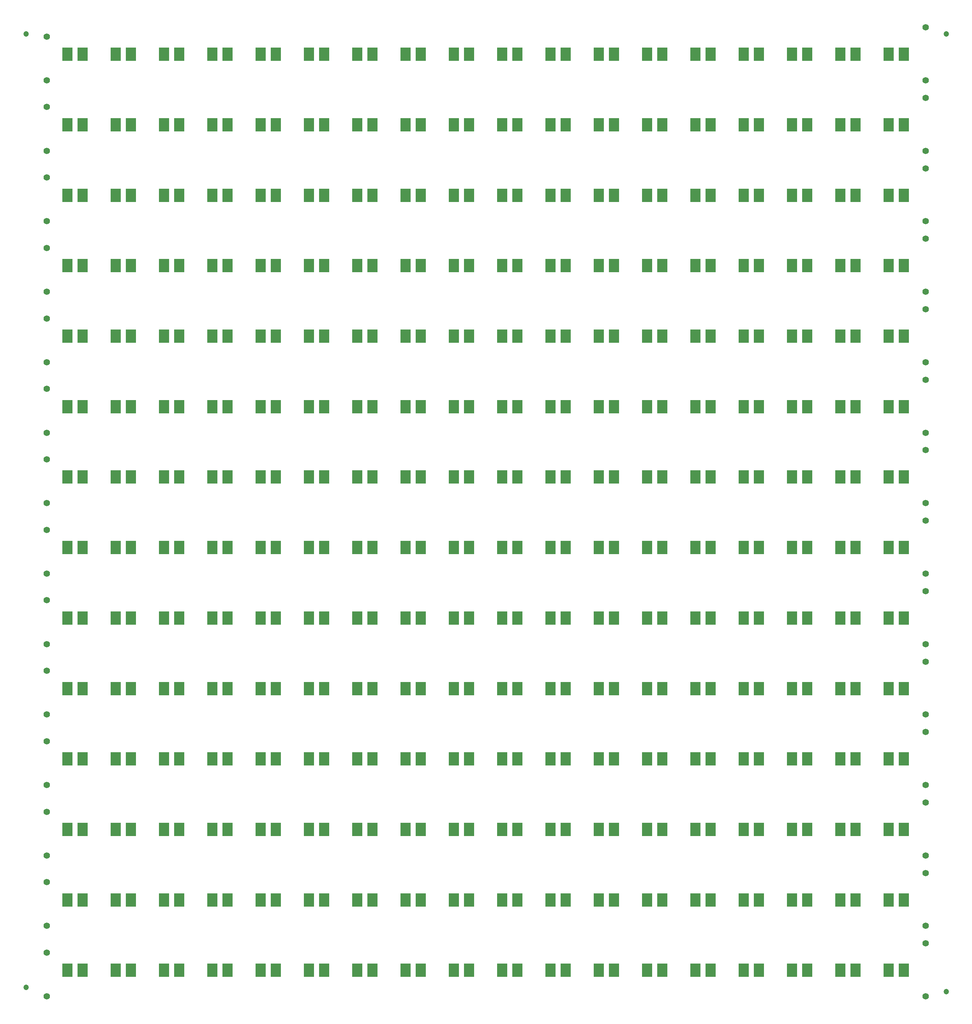
<source format=gbs>
G04 Layer_Color=16711935*
%FSLAX44Y44*%
%MOMM*%
G71*
G01*
G75*
%ADD34C,1.2032*%
%ADD35C,1.4000*%
%ADD48R,2.2032X3.0032*%
D34*
X285000Y300000D02*
D03*
Y2370000D02*
D03*
X2285000D02*
D03*
Y290000D02*
D03*
D35*
X330000Y280000D02*
D03*
Y375000D02*
D03*
X2240000Y395000D02*
D03*
Y280000D02*
D03*
X330000Y433000D02*
D03*
Y528000D02*
D03*
X2240000Y548000D02*
D03*
Y433000D02*
D03*
X330000Y586000D02*
D03*
Y681000D02*
D03*
X2240000Y701000D02*
D03*
Y586000D02*
D03*
X330000Y739000D02*
D03*
Y834000D02*
D03*
X2240000Y854000D02*
D03*
Y739000D02*
D03*
X330000Y892000D02*
D03*
Y987000D02*
D03*
X2240000Y1007000D02*
D03*
Y892000D02*
D03*
X330000Y1045000D02*
D03*
Y1140000D02*
D03*
X2240000Y1160000D02*
D03*
Y1045000D02*
D03*
X330000Y1198000D02*
D03*
Y1293000D02*
D03*
X2240000Y1313000D02*
D03*
Y1198000D02*
D03*
X330000Y1351000D02*
D03*
Y1446000D02*
D03*
X2240000Y1466000D02*
D03*
Y1351000D02*
D03*
X330000Y1504000D02*
D03*
Y1599000D02*
D03*
X2240000Y1619000D02*
D03*
Y1504000D02*
D03*
X330000Y1657000D02*
D03*
Y1752000D02*
D03*
X2240000Y1772000D02*
D03*
Y1657000D02*
D03*
X330000Y1810000D02*
D03*
Y1905000D02*
D03*
X2240000Y1925000D02*
D03*
Y1810000D02*
D03*
X330000Y1963000D02*
D03*
Y2058000D02*
D03*
X2240000Y2078000D02*
D03*
Y1963000D02*
D03*
X330000Y2116000D02*
D03*
Y2211000D02*
D03*
X2240000Y2231000D02*
D03*
Y2116000D02*
D03*
X330000Y2269000D02*
D03*
Y2364000D02*
D03*
X2240000Y2384000D02*
D03*
Y2269000D02*
D03*
D48*
X1983010Y336500D02*
D03*
X1949990D02*
D03*
X1634990D02*
D03*
X1668010D02*
D03*
X1353010D02*
D03*
X1319990D02*
D03*
X1004990D02*
D03*
X1038010D02*
D03*
X723010D02*
D03*
X689990D02*
D03*
X374990D02*
D03*
X408010D02*
D03*
X2088010D02*
D03*
X2054990D02*
D03*
X1739990D02*
D03*
X1773010D02*
D03*
X1458010D02*
D03*
X1424990D02*
D03*
X1109990D02*
D03*
X1143010D02*
D03*
X828010D02*
D03*
X794990D02*
D03*
X479990D02*
D03*
X513010D02*
D03*
X2193010D02*
D03*
X2159990D02*
D03*
X1844990D02*
D03*
X1878010D02*
D03*
X1563010D02*
D03*
X1529990D02*
D03*
X1214990D02*
D03*
X1248010D02*
D03*
X933010D02*
D03*
X899990D02*
D03*
X584990D02*
D03*
X618010D02*
D03*
X1983010Y489500D02*
D03*
X1949990D02*
D03*
X1634990D02*
D03*
X1668010D02*
D03*
X1353010D02*
D03*
X1319990D02*
D03*
X1004990D02*
D03*
X1038010D02*
D03*
X723010D02*
D03*
X689990D02*
D03*
X374990D02*
D03*
X408010D02*
D03*
X2088010D02*
D03*
X2054990D02*
D03*
X1739990D02*
D03*
X1773010D02*
D03*
X1458010D02*
D03*
X1424990D02*
D03*
X1109990D02*
D03*
X1143010D02*
D03*
X828010D02*
D03*
X794990D02*
D03*
X479990D02*
D03*
X513010D02*
D03*
X2193010D02*
D03*
X2159990D02*
D03*
X1844990D02*
D03*
X1878010D02*
D03*
X1563010D02*
D03*
X1529990D02*
D03*
X1214990D02*
D03*
X1248010D02*
D03*
X933010D02*
D03*
X899990D02*
D03*
X584990D02*
D03*
X618010D02*
D03*
X1983010Y642500D02*
D03*
X1949990D02*
D03*
X1634990D02*
D03*
X1668010D02*
D03*
X1353010D02*
D03*
X1319990D02*
D03*
X1004990D02*
D03*
X1038010D02*
D03*
X723010D02*
D03*
X689990D02*
D03*
X374990D02*
D03*
X408010D02*
D03*
X2088010D02*
D03*
X2054990D02*
D03*
X1739990D02*
D03*
X1773010D02*
D03*
X1458010D02*
D03*
X1424990D02*
D03*
X1109990D02*
D03*
X1143010D02*
D03*
X828010D02*
D03*
X794990D02*
D03*
X479990D02*
D03*
X513010D02*
D03*
X2193010D02*
D03*
X2159990D02*
D03*
X1844990D02*
D03*
X1878010D02*
D03*
X1563010D02*
D03*
X1529990D02*
D03*
X1214990D02*
D03*
X1248010D02*
D03*
X933010D02*
D03*
X899990D02*
D03*
X584990D02*
D03*
X618010D02*
D03*
X1983010Y795500D02*
D03*
X1949990D02*
D03*
X1634990D02*
D03*
X1668010D02*
D03*
X1353010D02*
D03*
X1319990D02*
D03*
X1004990D02*
D03*
X1038010D02*
D03*
X723010D02*
D03*
X689990D02*
D03*
X374990D02*
D03*
X408010D02*
D03*
X2088010D02*
D03*
X2054990D02*
D03*
X1739990D02*
D03*
X1773010D02*
D03*
X1458010D02*
D03*
X1424990D02*
D03*
X1109990D02*
D03*
X1143010D02*
D03*
X828010D02*
D03*
X794990D02*
D03*
X479990D02*
D03*
X513010D02*
D03*
X2193010D02*
D03*
X2159990D02*
D03*
X1844990D02*
D03*
X1878010D02*
D03*
X1563010D02*
D03*
X1529990D02*
D03*
X1214990D02*
D03*
X1248010D02*
D03*
X933010D02*
D03*
X899990D02*
D03*
X584990D02*
D03*
X618010D02*
D03*
X1983010Y948500D02*
D03*
X1949990D02*
D03*
X1634990D02*
D03*
X1668010D02*
D03*
X1353010D02*
D03*
X1319990D02*
D03*
X1004990D02*
D03*
X1038010D02*
D03*
X723010D02*
D03*
X689990D02*
D03*
X374990D02*
D03*
X408010D02*
D03*
X2088010D02*
D03*
X2054990D02*
D03*
X1739990D02*
D03*
X1773010D02*
D03*
X1458010D02*
D03*
X1424990D02*
D03*
X1109990D02*
D03*
X1143010D02*
D03*
X828010D02*
D03*
X794990D02*
D03*
X479990D02*
D03*
X513010D02*
D03*
X2193010D02*
D03*
X2159990D02*
D03*
X1844990D02*
D03*
X1878010D02*
D03*
X1563010D02*
D03*
X1529990D02*
D03*
X1214990D02*
D03*
X1248010D02*
D03*
X933010D02*
D03*
X899990D02*
D03*
X584990D02*
D03*
X618010D02*
D03*
X1983010Y1101500D02*
D03*
X1949990D02*
D03*
X1634990D02*
D03*
X1668010D02*
D03*
X1353010D02*
D03*
X1319990D02*
D03*
X1004990D02*
D03*
X1038010D02*
D03*
X723010D02*
D03*
X689990D02*
D03*
X374990D02*
D03*
X408010D02*
D03*
X2088010D02*
D03*
X2054990D02*
D03*
X1739990D02*
D03*
X1773010D02*
D03*
X1458010D02*
D03*
X1424990D02*
D03*
X1109990D02*
D03*
X1143010D02*
D03*
X828010D02*
D03*
X794990D02*
D03*
X479990D02*
D03*
X513010D02*
D03*
X2193010D02*
D03*
X2159990D02*
D03*
X1844990D02*
D03*
X1878010D02*
D03*
X1563010D02*
D03*
X1529990D02*
D03*
X1214990D02*
D03*
X1248010D02*
D03*
X933010D02*
D03*
X899990D02*
D03*
X584990D02*
D03*
X618010D02*
D03*
X1983010Y1254500D02*
D03*
X1949990D02*
D03*
X1634990D02*
D03*
X1668010D02*
D03*
X1353010D02*
D03*
X1319990D02*
D03*
X1004990D02*
D03*
X1038010D02*
D03*
X723010D02*
D03*
X689990D02*
D03*
X374990D02*
D03*
X408010D02*
D03*
X2088010D02*
D03*
X2054990D02*
D03*
X1739990D02*
D03*
X1773010D02*
D03*
X1458010D02*
D03*
X1424990D02*
D03*
X1109990D02*
D03*
X1143010D02*
D03*
X828010D02*
D03*
X794990D02*
D03*
X479990D02*
D03*
X513010D02*
D03*
X2193010D02*
D03*
X2159990D02*
D03*
X1844990D02*
D03*
X1878010D02*
D03*
X1563010D02*
D03*
X1529990D02*
D03*
X1214990D02*
D03*
X1248010D02*
D03*
X933010D02*
D03*
X899990D02*
D03*
X584990D02*
D03*
X618010D02*
D03*
X1983010Y1407500D02*
D03*
X1949990D02*
D03*
X1634990D02*
D03*
X1668010D02*
D03*
X1353010D02*
D03*
X1319990D02*
D03*
X1004990D02*
D03*
X1038010D02*
D03*
X723010D02*
D03*
X689990D02*
D03*
X374990D02*
D03*
X408010D02*
D03*
X2088010D02*
D03*
X2054990D02*
D03*
X1739990D02*
D03*
X1773010D02*
D03*
X1458010D02*
D03*
X1424990D02*
D03*
X1109990D02*
D03*
X1143010D02*
D03*
X828010D02*
D03*
X794990D02*
D03*
X479990D02*
D03*
X513010D02*
D03*
X2193010D02*
D03*
X2159990D02*
D03*
X1844990D02*
D03*
X1878010D02*
D03*
X1563010D02*
D03*
X1529990D02*
D03*
X1214990D02*
D03*
X1248010D02*
D03*
X933010D02*
D03*
X899990D02*
D03*
X584990D02*
D03*
X618010D02*
D03*
X1983010Y1560500D02*
D03*
X1949990D02*
D03*
X1634990D02*
D03*
X1668010D02*
D03*
X1353010D02*
D03*
X1319990D02*
D03*
X1004990D02*
D03*
X1038010D02*
D03*
X723010D02*
D03*
X689990D02*
D03*
X374990D02*
D03*
X408010D02*
D03*
X2088010D02*
D03*
X2054990D02*
D03*
X1739990D02*
D03*
X1773010D02*
D03*
X1458010D02*
D03*
X1424990D02*
D03*
X1109990D02*
D03*
X1143010D02*
D03*
X828010D02*
D03*
X794990D02*
D03*
X479990D02*
D03*
X513010D02*
D03*
X2193010D02*
D03*
X2159990D02*
D03*
X1844990D02*
D03*
X1878010D02*
D03*
X1563010D02*
D03*
X1529990D02*
D03*
X1214990D02*
D03*
X1248010D02*
D03*
X933010D02*
D03*
X899990D02*
D03*
X584990D02*
D03*
X618010D02*
D03*
X1983010Y1713500D02*
D03*
X1949990D02*
D03*
X1634990D02*
D03*
X1668010D02*
D03*
X1353010D02*
D03*
X1319990D02*
D03*
X1004990D02*
D03*
X1038010D02*
D03*
X723010D02*
D03*
X689990D02*
D03*
X374990D02*
D03*
X408010D02*
D03*
X2088010D02*
D03*
X2054990D02*
D03*
X1739990D02*
D03*
X1773010D02*
D03*
X1458010D02*
D03*
X1424990D02*
D03*
X1109990D02*
D03*
X1143010D02*
D03*
X828010D02*
D03*
X794990D02*
D03*
X479990D02*
D03*
X513010D02*
D03*
X2193010D02*
D03*
X2159990D02*
D03*
X1844990D02*
D03*
X1878010D02*
D03*
X1563010D02*
D03*
X1529990D02*
D03*
X1214990D02*
D03*
X1248010D02*
D03*
X933010D02*
D03*
X899990D02*
D03*
X584990D02*
D03*
X618010D02*
D03*
X1983010Y1866500D02*
D03*
X1949990D02*
D03*
X1634990D02*
D03*
X1668010D02*
D03*
X1353010D02*
D03*
X1319990D02*
D03*
X1004990D02*
D03*
X1038010D02*
D03*
X723010D02*
D03*
X689990D02*
D03*
X374990D02*
D03*
X408010D02*
D03*
X2088010D02*
D03*
X2054990D02*
D03*
X1739990D02*
D03*
X1773010D02*
D03*
X1458010D02*
D03*
X1424990D02*
D03*
X1109990D02*
D03*
X1143010D02*
D03*
X828010D02*
D03*
X794990D02*
D03*
X479990D02*
D03*
X513010D02*
D03*
X2193010D02*
D03*
X2159990D02*
D03*
X1844990D02*
D03*
X1878010D02*
D03*
X1563010D02*
D03*
X1529990D02*
D03*
X1214990D02*
D03*
X1248010D02*
D03*
X933010D02*
D03*
X899990D02*
D03*
X584990D02*
D03*
X618010D02*
D03*
X1983010Y2019500D02*
D03*
X1949990D02*
D03*
X1634990D02*
D03*
X1668010D02*
D03*
X1353010D02*
D03*
X1319990D02*
D03*
X1004990D02*
D03*
X1038010D02*
D03*
X723010D02*
D03*
X689990D02*
D03*
X374990D02*
D03*
X408010D02*
D03*
X2088010D02*
D03*
X2054990D02*
D03*
X1739990D02*
D03*
X1773010D02*
D03*
X1458010D02*
D03*
X1424990D02*
D03*
X1109990D02*
D03*
X1143010D02*
D03*
X828010D02*
D03*
X794990D02*
D03*
X479990D02*
D03*
X513010D02*
D03*
X2193010D02*
D03*
X2159990D02*
D03*
X1844990D02*
D03*
X1878010D02*
D03*
X1563010D02*
D03*
X1529990D02*
D03*
X1214990D02*
D03*
X1248010D02*
D03*
X933010D02*
D03*
X899990D02*
D03*
X584990D02*
D03*
X618010D02*
D03*
X1983010Y2172500D02*
D03*
X1949990D02*
D03*
X1634990D02*
D03*
X1668010D02*
D03*
X1353010D02*
D03*
X1319990D02*
D03*
X1004990D02*
D03*
X1038010D02*
D03*
X723010D02*
D03*
X689990D02*
D03*
X374990D02*
D03*
X408010D02*
D03*
X2088010D02*
D03*
X2054990D02*
D03*
X1739990D02*
D03*
X1773010D02*
D03*
X1458010D02*
D03*
X1424990D02*
D03*
X1109990D02*
D03*
X1143010D02*
D03*
X828010D02*
D03*
X794990D02*
D03*
X479990D02*
D03*
X513010D02*
D03*
X2193010D02*
D03*
X2159990D02*
D03*
X1844990D02*
D03*
X1878010D02*
D03*
X1563010D02*
D03*
X1529990D02*
D03*
X1214990D02*
D03*
X1248010D02*
D03*
X933010D02*
D03*
X899990D02*
D03*
X584990D02*
D03*
X618010D02*
D03*
X1983010Y2325500D02*
D03*
X1949990D02*
D03*
X1634990D02*
D03*
X1668010D02*
D03*
X1353010D02*
D03*
X1319990D02*
D03*
X1004990D02*
D03*
X1038010D02*
D03*
X723010D02*
D03*
X689990D02*
D03*
X374990D02*
D03*
X408010D02*
D03*
X2088010D02*
D03*
X2054990D02*
D03*
X1739990D02*
D03*
X1773010D02*
D03*
X1458010D02*
D03*
X1424990D02*
D03*
X1109990D02*
D03*
X1143010D02*
D03*
X828010D02*
D03*
X794990D02*
D03*
X479990D02*
D03*
X513010D02*
D03*
X2193010D02*
D03*
X2159990D02*
D03*
X1844990D02*
D03*
X1878010D02*
D03*
X1563010D02*
D03*
X1529990D02*
D03*
X1214990D02*
D03*
X1248010D02*
D03*
X933010D02*
D03*
X899990D02*
D03*
X584990D02*
D03*
X618010D02*
D03*
M02*

</source>
